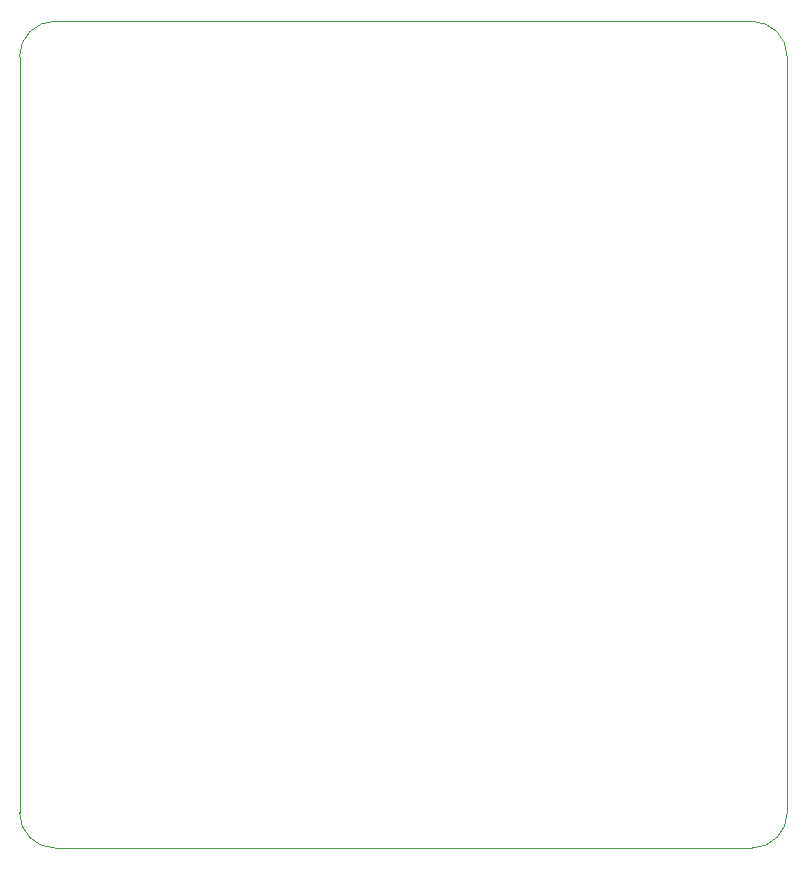
<source format=gm1>
G04 #@! TF.GenerationSoftware,KiCad,Pcbnew,8.0.6*
G04 #@! TF.CreationDate,2025-02-02T01:28:10-08:00*
G04 #@! TF.ProjectId,Cymatics,43796d61-7469-4637-932e-6b696361645f,rev?*
G04 #@! TF.SameCoordinates,Original*
G04 #@! TF.FileFunction,Profile,NP*
%FSLAX46Y46*%
G04 Gerber Fmt 4.6, Leading zero omitted, Abs format (unit mm)*
G04 Created by KiCad (PCBNEW 8.0.6) date 2025-02-02 01:28:10*
%MOMM*%
%LPD*%
G01*
G04 APERTURE LIST*
G04 #@! TA.AperFunction,Profile*
%ADD10C,0.050000*%
G04 #@! TD*
G04 APERTURE END LIST*
D10*
X107910850Y-135058694D02*
G75*
G02*
X104910806Y-132058694I50J3000094D01*
G01*
X166910851Y-135058695D02*
X107910850Y-135058694D01*
X166910851Y-65058693D02*
G75*
G02*
X169910907Y-68058693I-51J-3000107D01*
G01*
X107910849Y-65058693D02*
X166910851Y-65058693D01*
X169910851Y-68058693D02*
X169910851Y-132058695D01*
X104910849Y-68058693D02*
G75*
G02*
X107910849Y-65058749I2999951J-7D01*
G01*
X104910849Y-68058693D02*
X104910850Y-132058694D01*
X169910851Y-132058695D02*
G75*
G02*
X166910851Y-135058651I-2999951J-5D01*
G01*
M02*

</source>
